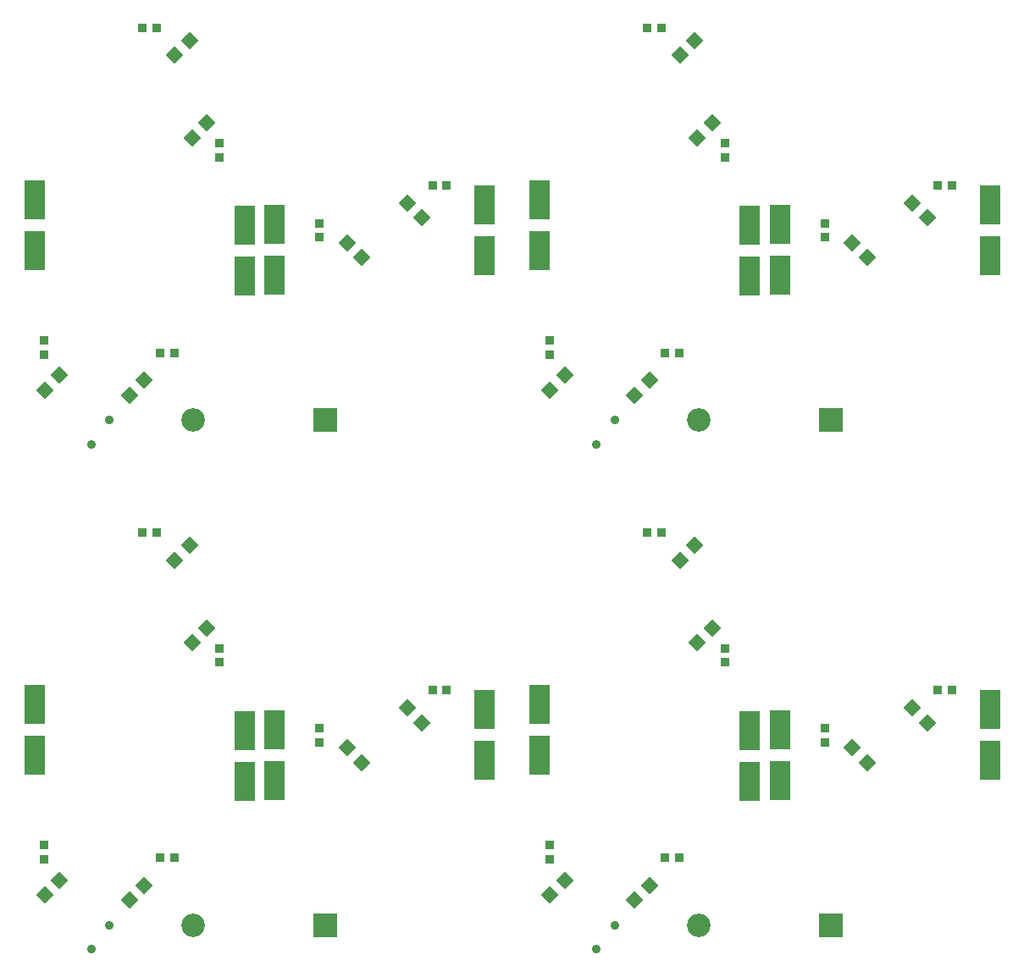
<source format=gbr>
G04*
G04 #@! TF.GenerationSoftware,Altium Limited,Altium Designer,23.1.1 (15)*
G04*
G04 Layer_Color=255*
%FSLAX25Y25*%
%MOIN*%
G70*
G04*
G04 #@! TF.SameCoordinates,E066B419-5711-4A73-A0CA-953248983CDD*
G04*
G04*
G04 #@! TF.FilePolarity,Positive*
G04*
G01*
G75*
%ADD13R,0.03788X0.03681*%
%ADD14R,0.07874X0.15748*%
%ADD15P,0.06681X4X360.0*%
%ADD16P,0.06681X4X90.0*%
%ADD17R,0.03681X0.03788*%
%ADD21C,0.09252*%
%ADD22R,0.09252X0.09252*%
%ADD23C,0.03543*%
D13*
X109843Y155118D02*
D03*
Y149485D02*
D03*
X218110Y201242D02*
D03*
Y195609D02*
D03*
X178740Y227105D02*
D03*
Y232738D02*
D03*
X308661Y155118D02*
D03*
Y149485D02*
D03*
X416929Y201242D02*
D03*
Y195609D02*
D03*
X377559Y227105D02*
D03*
Y232738D02*
D03*
X109843Y353937D02*
D03*
Y348304D02*
D03*
X218110Y400061D02*
D03*
Y394428D02*
D03*
X178740Y425924D02*
D03*
Y431557D02*
D03*
X308661Y353937D02*
D03*
Y348304D02*
D03*
X416929Y400061D02*
D03*
Y394428D02*
D03*
X377559Y425924D02*
D03*
Y431557D02*
D03*
D14*
X105905Y210551D02*
D03*
Y190551D02*
D03*
X283071Y208583D02*
D03*
Y188583D02*
D03*
X188583Y180394D02*
D03*
Y200394D02*
D03*
X200394Y180709D02*
D03*
Y200709D02*
D03*
X304724Y210551D02*
D03*
Y190551D02*
D03*
X481890Y208583D02*
D03*
Y188583D02*
D03*
X387402Y180394D02*
D03*
Y200394D02*
D03*
X399213Y180709D02*
D03*
Y200709D02*
D03*
X105905Y409370D02*
D03*
Y389370D02*
D03*
X283071Y407402D02*
D03*
Y387402D02*
D03*
X188583Y379213D02*
D03*
Y399213D02*
D03*
X200394Y379528D02*
D03*
Y399528D02*
D03*
X304724Y409370D02*
D03*
Y389370D02*
D03*
X481890Y407402D02*
D03*
Y387402D02*
D03*
X387402Y379213D02*
D03*
Y399213D02*
D03*
X399213Y379528D02*
D03*
Y399528D02*
D03*
D15*
X252589Y209222D02*
D03*
X258435Y203376D02*
D03*
X228967Y193474D02*
D03*
X234813Y187628D02*
D03*
X451408Y209222D02*
D03*
X457254Y203376D02*
D03*
X427786Y193474D02*
D03*
X433632Y187628D02*
D03*
X252589Y408041D02*
D03*
X258435Y402195D02*
D03*
X228967Y392293D02*
D03*
X234813Y386447D02*
D03*
X451408Y408041D02*
D03*
X457254Y402195D02*
D03*
X427786Y392293D02*
D03*
X433632Y386447D02*
D03*
D16*
X143337Y133494D02*
D03*
X149183Y139340D02*
D03*
X109902Y135492D02*
D03*
X115748Y141339D02*
D03*
X166900Y273199D02*
D03*
X161053Y267353D02*
D03*
X167943Y234872D02*
D03*
X173789Y240718D02*
D03*
X342156Y133494D02*
D03*
X348002Y139340D02*
D03*
X308721Y135492D02*
D03*
X314567Y141339D02*
D03*
X365718Y273199D02*
D03*
X359872Y267353D02*
D03*
X366762Y234872D02*
D03*
X372608Y240718D02*
D03*
X143337Y332313D02*
D03*
X149183Y338159D02*
D03*
X109902Y334311D02*
D03*
X115748Y340158D02*
D03*
X166900Y472018D02*
D03*
X161053Y466171D02*
D03*
X167943Y433691D02*
D03*
X173789Y439537D02*
D03*
X342156Y332313D02*
D03*
X348002Y338159D02*
D03*
X308721Y334311D02*
D03*
X314567Y340158D02*
D03*
X365718Y472018D02*
D03*
X359872Y466171D02*
D03*
X366762Y433691D02*
D03*
X372608Y439537D02*
D03*
D17*
X160887Y150197D02*
D03*
X155254D02*
D03*
X148365Y278150D02*
D03*
X153998D02*
D03*
X268171Y216142D02*
D03*
X262538D02*
D03*
X359706Y150197D02*
D03*
X354073D02*
D03*
X347183Y278150D02*
D03*
X352817D02*
D03*
X466990Y216142D02*
D03*
X461357D02*
D03*
X160887Y349016D02*
D03*
X155254D02*
D03*
X148365Y476968D02*
D03*
X153998D02*
D03*
X268171Y414961D02*
D03*
X262538D02*
D03*
X359706Y349016D02*
D03*
X354073D02*
D03*
X347183Y476968D02*
D03*
X352817D02*
D03*
X466990Y414961D02*
D03*
X461357D02*
D03*
D21*
X168484Y123622D02*
D03*
X367303D02*
D03*
X168484Y322441D02*
D03*
X367303D02*
D03*
D22*
X220492Y123622D02*
D03*
X419311D02*
D03*
X220492Y322441D02*
D03*
X419311D02*
D03*
D23*
X135433Y123622D02*
D03*
X128325Y114189D02*
D03*
X334252Y123622D02*
D03*
X327144Y114189D02*
D03*
X135433Y322441D02*
D03*
X128325Y313008D02*
D03*
X334252Y322441D02*
D03*
X327144Y313008D02*
D03*
M02*

</source>
